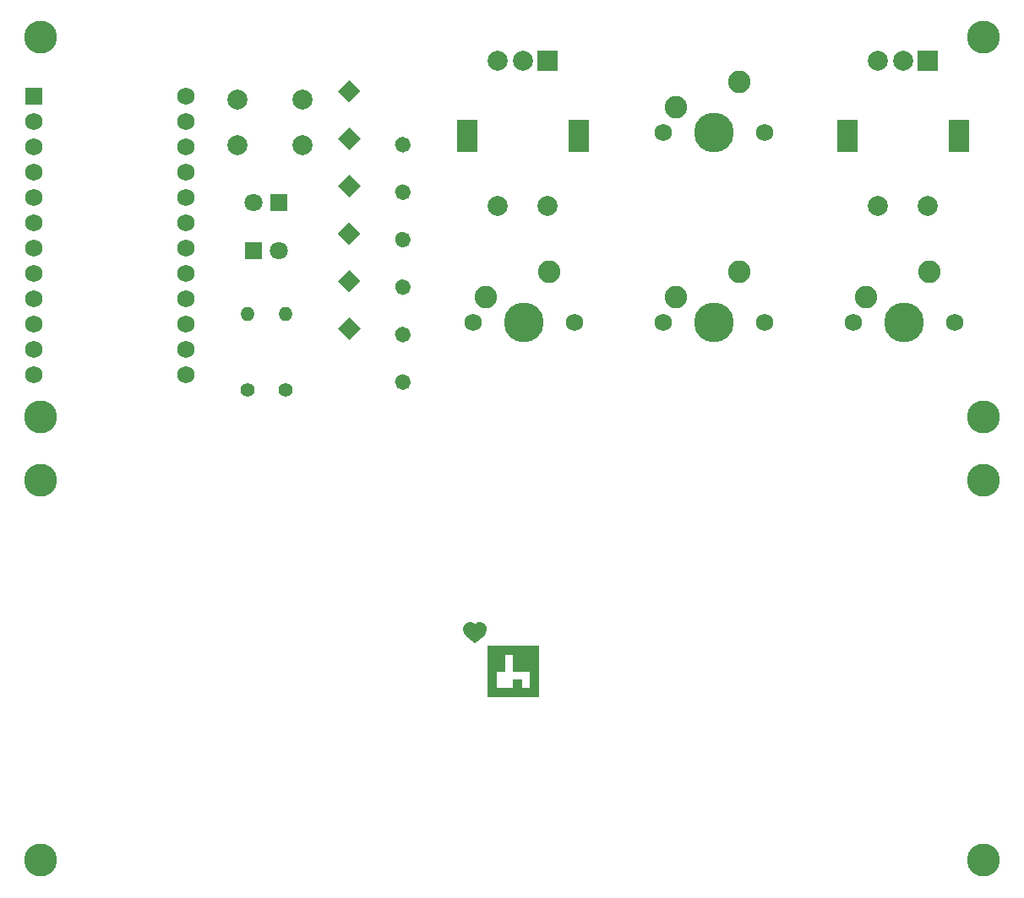
<source format=gbr>
%TF.GenerationSoftware,KiCad,Pcbnew,(5.1.9)-1*%
%TF.CreationDate,2021-04-14T21:31:02+02:00*%
%TF.ProjectId,Neopad,4e656f70-6164-42e6-9b69-6361645f7063,rev?*%
%TF.SameCoordinates,Original*%
%TF.FileFunction,Soldermask,Bot*%
%TF.FilePolarity,Negative*%
%FSLAX46Y46*%
G04 Gerber Fmt 4.6, Leading zero omitted, Abs format (unit mm)*
G04 Created by KiCad (PCBNEW (5.1.9)-1) date 2021-04-14 21:31:02*
%MOMM*%
%LPD*%
G01*
G04 APERTURE LIST*
%ADD10C,0.010000*%
%ADD11O,1.400000X1.400000*%
%ADD12C,1.400000*%
%ADD13R,1.752600X1.752600*%
%ADD14C,1.752600*%
%ADD15C,2.000000*%
%ADD16C,0.100000*%
%ADD17C,3.300000*%
%ADD18R,2.000000X3.200000*%
%ADD19R,2.000000X2.000000*%
%ADD20R,1.800000X1.800000*%
%ADD21C,1.800000*%
%ADD22C,2.250000*%
%ADD23C,3.987800*%
%ADD24C,1.750000*%
G04 APERTURE END LIST*
D10*
%TO.C,G\u002A\u002A\u002A*%
G36*
X86632457Y-111859227D02*
G01*
X86662543Y-111860389D01*
X86691440Y-111862392D01*
X86717286Y-111865177D01*
X86731664Y-111867392D01*
X86794996Y-111881889D01*
X86855575Y-111902092D01*
X86913297Y-111927950D01*
X86968056Y-111959408D01*
X87019749Y-111996413D01*
X87068270Y-112038910D01*
X87071005Y-112041562D01*
X87110670Y-112080238D01*
X87148879Y-112043115D01*
X87192780Y-112003491D01*
X87237332Y-111969537D01*
X87283600Y-111940589D01*
X87332650Y-111915981D01*
X87385545Y-111895047D01*
X87386149Y-111894836D01*
X87439038Y-111878590D01*
X87490875Y-111867385D01*
X87543372Y-111860967D01*
X87598239Y-111859079D01*
X87622062Y-111859563D01*
X87674611Y-111862975D01*
X87723087Y-111869620D01*
X87769092Y-111879879D01*
X87814228Y-111894134D01*
X87860095Y-111912768D01*
X87876062Y-111920132D01*
X87932622Y-111950360D01*
X87985236Y-111985429D01*
X88033679Y-112025034D01*
X88077726Y-112068870D01*
X88117153Y-112116633D01*
X88151734Y-112168018D01*
X88181245Y-112222720D01*
X88205460Y-112280435D01*
X88224155Y-112340858D01*
X88237106Y-112403684D01*
X88238178Y-112410786D01*
X88240492Y-112432688D01*
X88241921Y-112459396D01*
X88242493Y-112489429D01*
X88242239Y-112521308D01*
X88241190Y-112553555D01*
X88239374Y-112584691D01*
X88236822Y-112613236D01*
X88233590Y-112637550D01*
X88218397Y-112711959D01*
X88197417Y-112784350D01*
X88170439Y-112855392D01*
X88150490Y-112899296D01*
X88119196Y-112959861D01*
X88084971Y-113017788D01*
X88047192Y-113073945D01*
X88005236Y-113129196D01*
X87958479Y-113184410D01*
X87906299Y-113240451D01*
X87901677Y-113245195D01*
X87868729Y-113278323D01*
X87835773Y-113310223D01*
X87802304Y-113341302D01*
X87767817Y-113371963D01*
X87731806Y-113402613D01*
X87693767Y-113433657D01*
X87653194Y-113465500D01*
X87609582Y-113498546D01*
X87562426Y-113533202D01*
X87511220Y-113569872D01*
X87455459Y-113608962D01*
X87402987Y-113645159D01*
X87361525Y-113673624D01*
X87324909Y-113698865D01*
X87292708Y-113721191D01*
X87264492Y-113740911D01*
X87239830Y-113758335D01*
X87218291Y-113773771D01*
X87199446Y-113787530D01*
X87182864Y-113799919D01*
X87168114Y-113811249D01*
X87154765Y-113821828D01*
X87142388Y-113831965D01*
X87139462Y-113834411D01*
X87129712Y-113842573D01*
X87121401Y-113849499D01*
X87116113Y-113853870D01*
X87115650Y-113854247D01*
X87112957Y-113855195D01*
X87108866Y-113854054D01*
X87102579Y-113850332D01*
X87093299Y-113843537D01*
X87080227Y-113833179D01*
X87076374Y-113830057D01*
X87057457Y-113814958D01*
X87036944Y-113799136D01*
X87014271Y-113782187D01*
X86988877Y-113763705D01*
X86960201Y-113743284D01*
X86927679Y-113720518D01*
X86890752Y-113695002D01*
X86863237Y-113676146D01*
X86826928Y-113651304D01*
X86795196Y-113629526D01*
X86767352Y-113610325D01*
X86742706Y-113593215D01*
X86720571Y-113577709D01*
X86700257Y-113563323D01*
X86681075Y-113549569D01*
X86662337Y-113535962D01*
X86643353Y-113522016D01*
X86623435Y-113507244D01*
X86615587Y-113501394D01*
X86532050Y-113436903D01*
X86454756Y-113372715D01*
X86383610Y-113308702D01*
X86318521Y-113244735D01*
X86259396Y-113180686D01*
X86206141Y-113116426D01*
X86158664Y-113051827D01*
X86116871Y-112986758D01*
X86080669Y-112921093D01*
X86049967Y-112854702D01*
X86024670Y-112787457D01*
X86004685Y-112719228D01*
X85989921Y-112649887D01*
X85986814Y-112630941D01*
X85983713Y-112606279D01*
X85981211Y-112577467D01*
X85979385Y-112546420D01*
X85978314Y-112515050D01*
X85978077Y-112485272D01*
X85978752Y-112459000D01*
X85979363Y-112448975D01*
X85987120Y-112386651D01*
X86000910Y-112326132D01*
X86020828Y-112267074D01*
X86040600Y-112221962D01*
X86071037Y-112166101D01*
X86106337Y-112114142D01*
X86146187Y-112066304D01*
X86190280Y-112022805D01*
X86238305Y-111983862D01*
X86289951Y-111949692D01*
X86344911Y-111920514D01*
X86402872Y-111896545D01*
X86463527Y-111878003D01*
X86526564Y-111865105D01*
X86553675Y-111861424D01*
X86576162Y-111859683D01*
X86603043Y-111858971D01*
X86632457Y-111859227D01*
G37*
X86632457Y-111859227D02*
X86662543Y-111860389D01*
X86691440Y-111862392D01*
X86717286Y-111865177D01*
X86731664Y-111867392D01*
X86794996Y-111881889D01*
X86855575Y-111902092D01*
X86913297Y-111927950D01*
X86968056Y-111959408D01*
X87019749Y-111996413D01*
X87068270Y-112038910D01*
X87071005Y-112041562D01*
X87110670Y-112080238D01*
X87148879Y-112043115D01*
X87192780Y-112003491D01*
X87237332Y-111969537D01*
X87283600Y-111940589D01*
X87332650Y-111915981D01*
X87385545Y-111895047D01*
X87386149Y-111894836D01*
X87439038Y-111878590D01*
X87490875Y-111867385D01*
X87543372Y-111860967D01*
X87598239Y-111859079D01*
X87622062Y-111859563D01*
X87674611Y-111862975D01*
X87723087Y-111869620D01*
X87769092Y-111879879D01*
X87814228Y-111894134D01*
X87860095Y-111912768D01*
X87876062Y-111920132D01*
X87932622Y-111950360D01*
X87985236Y-111985429D01*
X88033679Y-112025034D01*
X88077726Y-112068870D01*
X88117153Y-112116633D01*
X88151734Y-112168018D01*
X88181245Y-112222720D01*
X88205460Y-112280435D01*
X88224155Y-112340858D01*
X88237106Y-112403684D01*
X88238178Y-112410786D01*
X88240492Y-112432688D01*
X88241921Y-112459396D01*
X88242493Y-112489429D01*
X88242239Y-112521308D01*
X88241190Y-112553555D01*
X88239374Y-112584691D01*
X88236822Y-112613236D01*
X88233590Y-112637550D01*
X88218397Y-112711959D01*
X88197417Y-112784350D01*
X88170439Y-112855392D01*
X88150490Y-112899296D01*
X88119196Y-112959861D01*
X88084971Y-113017788D01*
X88047192Y-113073945D01*
X88005236Y-113129196D01*
X87958479Y-113184410D01*
X87906299Y-113240451D01*
X87901677Y-113245195D01*
X87868729Y-113278323D01*
X87835773Y-113310223D01*
X87802304Y-113341302D01*
X87767817Y-113371963D01*
X87731806Y-113402613D01*
X87693767Y-113433657D01*
X87653194Y-113465500D01*
X87609582Y-113498546D01*
X87562426Y-113533202D01*
X87511220Y-113569872D01*
X87455459Y-113608962D01*
X87402987Y-113645159D01*
X87361525Y-113673624D01*
X87324909Y-113698865D01*
X87292708Y-113721191D01*
X87264492Y-113740911D01*
X87239830Y-113758335D01*
X87218291Y-113773771D01*
X87199446Y-113787530D01*
X87182864Y-113799919D01*
X87168114Y-113811249D01*
X87154765Y-113821828D01*
X87142388Y-113831965D01*
X87139462Y-113834411D01*
X87129712Y-113842573D01*
X87121401Y-113849499D01*
X87116113Y-113853870D01*
X87115650Y-113854247D01*
X87112957Y-113855195D01*
X87108866Y-113854054D01*
X87102579Y-113850332D01*
X87093299Y-113843537D01*
X87080227Y-113833179D01*
X87076374Y-113830057D01*
X87057457Y-113814958D01*
X87036944Y-113799136D01*
X87014271Y-113782187D01*
X86988877Y-113763705D01*
X86960201Y-113743284D01*
X86927679Y-113720518D01*
X86890752Y-113695002D01*
X86863237Y-113676146D01*
X86826928Y-113651304D01*
X86795196Y-113629526D01*
X86767352Y-113610325D01*
X86742706Y-113593215D01*
X86720571Y-113577709D01*
X86700257Y-113563323D01*
X86681075Y-113549569D01*
X86662337Y-113535962D01*
X86643353Y-113522016D01*
X86623435Y-113507244D01*
X86615587Y-113501394D01*
X86532050Y-113436903D01*
X86454756Y-113372715D01*
X86383610Y-113308702D01*
X86318521Y-113244735D01*
X86259396Y-113180686D01*
X86206141Y-113116426D01*
X86158664Y-113051827D01*
X86116871Y-112986758D01*
X86080669Y-112921093D01*
X86049967Y-112854702D01*
X86024670Y-112787457D01*
X86004685Y-112719228D01*
X85989921Y-112649887D01*
X85986814Y-112630941D01*
X85983713Y-112606279D01*
X85981211Y-112577467D01*
X85979385Y-112546420D01*
X85978314Y-112515050D01*
X85978077Y-112485272D01*
X85978752Y-112459000D01*
X85979363Y-112448975D01*
X85987120Y-112386651D01*
X86000910Y-112326132D01*
X86020828Y-112267074D01*
X86040600Y-112221962D01*
X86071037Y-112166101D01*
X86106337Y-112114142D01*
X86146187Y-112066304D01*
X86190280Y-112022805D01*
X86238305Y-111983862D01*
X86289951Y-111949692D01*
X86344911Y-111920514D01*
X86402872Y-111896545D01*
X86463527Y-111878003D01*
X86526564Y-111865105D01*
X86553675Y-111861424D01*
X86576162Y-111859683D01*
X86603043Y-111858971D01*
X86632457Y-111859227D01*
G36*
X88392000Y-119253000D02*
G01*
X93472000Y-119253000D01*
X93472000Y-116713000D01*
X92625333Y-116713000D01*
X92625333Y-118406334D01*
X91778666Y-118406334D01*
X91778666Y-117559667D01*
X90932000Y-117559667D01*
X90932000Y-118406334D01*
X89238666Y-118406334D01*
X89238666Y-116713000D01*
X90085333Y-116713000D01*
X90085333Y-115019667D01*
X90932000Y-115019667D01*
X90932000Y-116713000D01*
X92625333Y-116713000D01*
X93472000Y-116713000D01*
X93472000Y-114173000D01*
X88392000Y-114173000D01*
X88392000Y-119253000D01*
G37*
X88392000Y-119253000D02*
X93472000Y-119253000D01*
X93472000Y-116713000D01*
X92625333Y-116713000D01*
X92625333Y-118406334D01*
X91778666Y-118406334D01*
X91778666Y-117559667D01*
X90932000Y-117559667D01*
X90932000Y-118406334D01*
X89238666Y-118406334D01*
X89238666Y-116713000D01*
X90085333Y-116713000D01*
X90085333Y-115019667D01*
X90932000Y-115019667D01*
X90932000Y-116713000D01*
X92625333Y-116713000D01*
X93472000Y-116713000D01*
X93472000Y-114173000D01*
X88392000Y-114173000D01*
X88392000Y-119253000D01*
%TD*%
D11*
%TO.C,R2*%
X68199000Y-80899000D03*
D12*
X68199000Y-88519000D03*
%TD*%
D11*
%TO.C,R1*%
X64389000Y-80899000D03*
D12*
X64389000Y-88519000D03*
%TD*%
D13*
%TO.C,U1*%
X42926000Y-59055000D03*
D14*
X42926000Y-61595000D03*
X42926000Y-64135000D03*
X42926000Y-66675000D03*
X42926000Y-69215000D03*
X42926000Y-71755000D03*
X42926000Y-74295000D03*
X42926000Y-76835000D03*
X42926000Y-79375000D03*
X42926000Y-81915000D03*
X42926000Y-84455000D03*
X58166000Y-86995000D03*
X58166000Y-84455000D03*
X58166000Y-81915000D03*
X58166000Y-79375000D03*
X58166000Y-76835000D03*
X58166000Y-74295000D03*
X58166000Y-71755000D03*
X58166000Y-69215000D03*
X58166000Y-66675000D03*
X58166000Y-64135000D03*
X58166000Y-61595000D03*
X42926000Y-86995000D03*
X58166000Y-59055000D03*
%TD*%
D15*
%TO.C,SW2*%
X69850000Y-59467750D03*
X69850000Y-63967750D03*
X63350000Y-59467750D03*
X63350000Y-63967750D03*
%TD*%
%TO.C,D8*%
G36*
G01*
X79371469Y-87213719D02*
X79371469Y-87213719D01*
G75*
G02*
X80502839Y-87213719I565685J-565685D01*
G01*
X80502839Y-87213719D01*
G75*
G02*
X80502839Y-88345089I-565685J-565685D01*
G01*
X80502839Y-88345089D01*
G75*
G02*
X79371469Y-88345089I-565685J565685D01*
G01*
X79371469Y-88345089D01*
G75*
G02*
X79371469Y-87213719I565685J565685D01*
G01*
G37*
D16*
G36*
X73417629Y-82391250D02*
G01*
X74549000Y-81259879D01*
X75680371Y-82391250D01*
X74549000Y-83522621D01*
X73417629Y-82391250D01*
G37*
%TD*%
%TO.C,D7*%
G36*
G01*
X79371469Y-82451219D02*
X79371469Y-82451219D01*
G75*
G02*
X80502839Y-82451219I565685J-565685D01*
G01*
X80502839Y-82451219D01*
G75*
G02*
X80502839Y-83582589I-565685J-565685D01*
G01*
X80502839Y-83582589D01*
G75*
G02*
X79371469Y-83582589I-565685J565685D01*
G01*
X79371469Y-83582589D01*
G75*
G02*
X79371469Y-82451219I565685J565685D01*
G01*
G37*
G36*
X73417629Y-77628750D02*
G01*
X74549000Y-76497379D01*
X75680371Y-77628750D01*
X74549000Y-78760121D01*
X73417629Y-77628750D01*
G37*
%TD*%
%TO.C,D6*%
G36*
G01*
X79371469Y-77688719D02*
X79371469Y-77688719D01*
G75*
G02*
X80502839Y-77688719I565685J-565685D01*
G01*
X80502839Y-77688719D01*
G75*
G02*
X80502839Y-78820089I-565685J-565685D01*
G01*
X80502839Y-78820089D01*
G75*
G02*
X79371469Y-78820089I-565685J565685D01*
G01*
X79371469Y-78820089D01*
G75*
G02*
X79371469Y-77688719I565685J565685D01*
G01*
G37*
G36*
X73417629Y-72866250D02*
G01*
X74549000Y-71734879D01*
X75680371Y-72866250D01*
X74549000Y-73997621D01*
X73417629Y-72866250D01*
G37*
%TD*%
%TO.C,D3*%
G36*
G01*
X79371469Y-72926219D02*
X79371469Y-72926219D01*
G75*
G02*
X80502839Y-72926219I565685J-565685D01*
G01*
X80502839Y-72926219D01*
G75*
G02*
X80502839Y-74057589I-565685J-565685D01*
G01*
X80502839Y-74057589D01*
G75*
G02*
X79371469Y-74057589I-565685J565685D01*
G01*
X79371469Y-74057589D01*
G75*
G02*
X79371469Y-72926219I565685J565685D01*
G01*
G37*
G36*
X73417629Y-68103750D02*
G01*
X74549000Y-66972379D01*
X75680371Y-68103750D01*
X74549000Y-69235121D01*
X73417629Y-68103750D01*
G37*
%TD*%
%TO.C,D2*%
G36*
G01*
X79371469Y-68163719D02*
X79371469Y-68163719D01*
G75*
G02*
X80502839Y-68163719I565685J-565685D01*
G01*
X80502839Y-68163719D01*
G75*
G02*
X80502839Y-69295089I-565685J-565685D01*
G01*
X80502839Y-69295089D01*
G75*
G02*
X79371469Y-69295089I-565685J565685D01*
G01*
X79371469Y-69295089D01*
G75*
G02*
X79371469Y-68163719I565685J565685D01*
G01*
G37*
G36*
X73417629Y-63341250D02*
G01*
X74549000Y-62209879D01*
X75680371Y-63341250D01*
X74549000Y-64472621D01*
X73417629Y-63341250D01*
G37*
%TD*%
%TO.C,D1*%
G36*
X73417629Y-58578750D02*
G01*
X74549000Y-57447379D01*
X75680371Y-58578750D01*
X74549000Y-59710121D01*
X73417629Y-58578750D01*
G37*
G36*
G01*
X79371469Y-63401219D02*
X79371469Y-63401219D01*
G75*
G02*
X80502839Y-63401219I565685J-565685D01*
G01*
X80502839Y-63401219D01*
G75*
G02*
X80502839Y-64532589I-565685J-565685D01*
G01*
X80502839Y-64532589D01*
G75*
G02*
X79371469Y-64532589I-565685J565685D01*
G01*
X79371469Y-64532589D01*
G75*
G02*
X79371469Y-63401219I565685J565685D01*
G01*
G37*
%TD*%
D17*
%TO.C,H8*%
X138112500Y-135731250D03*
%TD*%
%TO.C,H7*%
X138112500Y-97631250D03*
%TD*%
%TO.C,H6*%
X43656250Y-135731250D03*
%TD*%
%TO.C,H5*%
X43656250Y-97631250D03*
%TD*%
D15*
%TO.C,SW3*%
X89456250Y-70062500D03*
X94456250Y-70062500D03*
D18*
X86356250Y-63062500D03*
X97556250Y-63062500D03*
D15*
X89456250Y-55562500D03*
X91956250Y-55562500D03*
D19*
X94456250Y-55562500D03*
%TD*%
D15*
%TO.C,SW1*%
X127556250Y-70062500D03*
X132556250Y-70062500D03*
D18*
X124456250Y-63062500D03*
X135656250Y-63062500D03*
D15*
X127556250Y-55562500D03*
X130056250Y-55562500D03*
D19*
X132556250Y-55562500D03*
%TD*%
D20*
%TO.C,D5*%
X64928750Y-74549000D03*
D21*
X67468750Y-74549000D03*
%TD*%
D20*
%TO.C,D4*%
X67468750Y-69786500D03*
D21*
X64928750Y-69786500D03*
%TD*%
D17*
%TO.C,H4*%
X138112500Y-53181250D03*
%TD*%
%TO.C,H3*%
X43656250Y-53181250D03*
%TD*%
%TO.C,H2*%
X138112500Y-91281250D03*
%TD*%
%TO.C,H1*%
X43656250Y-91281250D03*
%TD*%
D22*
%TO.C,MX2*%
X94615000Y-76676250D03*
D23*
X92075000Y-81756250D03*
D22*
X88265000Y-79216250D03*
D24*
X86995000Y-81756250D03*
X97155000Y-81756250D03*
%TD*%
D22*
%TO.C,MX3*%
X113665000Y-76676250D03*
D23*
X111125000Y-81756250D03*
D22*
X107315000Y-79216250D03*
D24*
X106045000Y-81756250D03*
X116205000Y-81756250D03*
%TD*%
D22*
%TO.C,MX4*%
X132715000Y-76676250D03*
D23*
X130175000Y-81756250D03*
D22*
X126365000Y-79216250D03*
D24*
X125095000Y-81756250D03*
X135255000Y-81756250D03*
%TD*%
D22*
%TO.C,MX1*%
X113665000Y-57626250D03*
D23*
X111125000Y-62706250D03*
D22*
X107315000Y-60166250D03*
D24*
X106045000Y-62706250D03*
X116205000Y-62706250D03*
%TD*%
M02*

</source>
